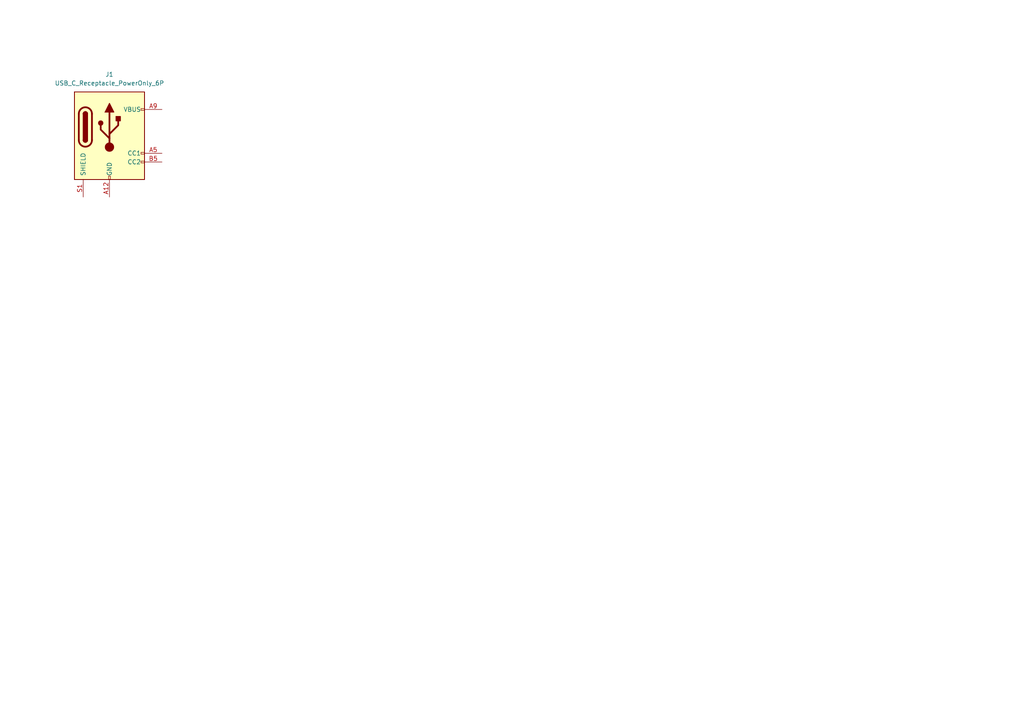
<source format=kicad_sch>
(kicad_sch (version 20231120) (generator "eeschema") (generator_version "8.0")
  (paper "A4")
  (lib_symbols
    (symbol "Connector:USB_C_Receptacle_PowerOnly_6P" (pin_names (offset 1.016))
      (property "Reference" "J" (at 0 16.51 0))
      (property "Value" "USB_C_Receptacle_PowerOnly_6P" (at 0 13.97 0))
      (symbol "USB_C_Receptacle_PowerOnly_6P_0_0"
        (rectangle (start -0.254 -12.7) (end 0.254 -11.684))
        (rectangle (start 10.16 -7.366) (end 9.144 -7.874))
        (rectangle (start 10.16 -4.826) (end 9.144 -5.334))
        (rectangle (start 10.16 7.874) (end 9.144 7.366))
      )
      (symbol "USB_C_Receptacle_PowerOnly_6P_0_1"
        (rectangle (start -10.16 12.7) (end 10.16 -12.7) (stroke (width 0.254)) (fill (type background)))
        (arc (start -8.89 -1.27) (mid -6.985 -3.1667) (end -5.08 -1.27) (stroke (width 0.508)))
        (arc (start -7.62 -1.27) (mid -6.985 -1.9023) (end -6.35 -1.27) (stroke (width 0.254)))
        (arc (start -7.62 -1.27) (mid -6.985 -1.9023) (end -6.35 -1.27) (stroke (width 0.254)) (fill (type outline)))
        (rectangle (start -7.62 -1.27) (end -6.35 6.35) (stroke (width 0.254)) (fill (type outline)))
        (arc (start -6.35 6.35) (mid -6.985 6.9823) (end -7.62 6.35) (stroke (width 0.254)))
        (arc (start -6.35 6.35) (mid -6.985 6.9823) (end -7.62 6.35) (stroke (width 0.254)) (fill (type outline)))
        (arc (start -5.08 6.35) (mid -6.985 8.2467) (end -8.89 6.35) (stroke (width 0.508)))
        (circle (center -2.54 3.683) (radius 0.635) (stroke (width 0.254)) (fill (type outline)))
        (circle (center 0 -3.302) (radius 1.27) (fill (type outline)))
        (polyline (pts (xy -8.89 -1.27) (xy -8.89 6.35)) (stroke (width 0.508)))
        (polyline (pts (xy -5.08 6.35) (xy -5.08 -1.27)) (stroke (width 0.508)))
        (polyline (pts (xy 0 -3.302) (xy 0 6.858)) (stroke (width 0.508)))
        (polyline (pts (xy 0 -0.762) (xy -2.54 1.778) (xy -2.54 3.048)) (stroke (width 0.508)))
        (polyline (pts (xy 0 0.508) (xy 2.54 3.048) (xy 2.54 4.318)) (stroke (width 0.508)))
        (polyline (pts (xy -1.27 6.858) (xy 0 9.398) (xy 1.27 6.858) (xy -1.27 6.858)) (stroke (width 0.254)) (fill (type outline)))
        (rectangle (start 1.905 4.318) (end 3.175 5.588) (stroke (width 0.254)) (fill (type outline)))
      )
      (symbol "USB_C_Receptacle_PowerOnly_6P_1_1"
        (pin passive line (at 0 -17.78 90) (length 5.08) (name "GND") (number "A12"))
        (pin bidirectional line (at 15.24 -5.08 180) (length 5.08) (name "CC1") (number "A5"))
        (pin passive line (at 15.24 7.62 180) (length 5.08) (name "VBUS") (number "A9"))
        (pin passive line (at 0 -17.78 90) (length 5.08) hide (name "GND") (number "B12"))
        (pin bidirectional line (at 15.24 -7.62 180) (length 5.08) (name "CC2") (number "B5"))
        (pin passive line (at 15.24 7.62 180) (length 5.08) hide (name "VBUS") (number "B9"))
        (pin passive line (at -7.62 -17.78 90) (length 5.08) (name "SHIELD") (number "S1"))
      )
    )
  )
  (symbol (lib_id "Connector:USB_C_Receptacle_PowerOnly_6P") (at 31.75 39.37 0) (unit 1)
    (property "Reference" "J1" (at 31.75 21.59 0))
    (property "Value" "USB_C_Receptacle_PowerOnly_6P" (at 31.75 24.13 0))
    (property "Footprint" "Connector_USB:USB_C_Receptacle_GCT_USB4125-xx-x-0190_6P_TopMnt_Horizontal" (effects (hide yes)))
    (property "Datasheet" "https://www.usb.org/sites/default/files/documents/usb_type-c.zip" (effects (hide yes)))
    (property "Description" "USB Power-Only 6P Type-C Receptacle connector" (effects (hide yes)))
  )
)
</source>
